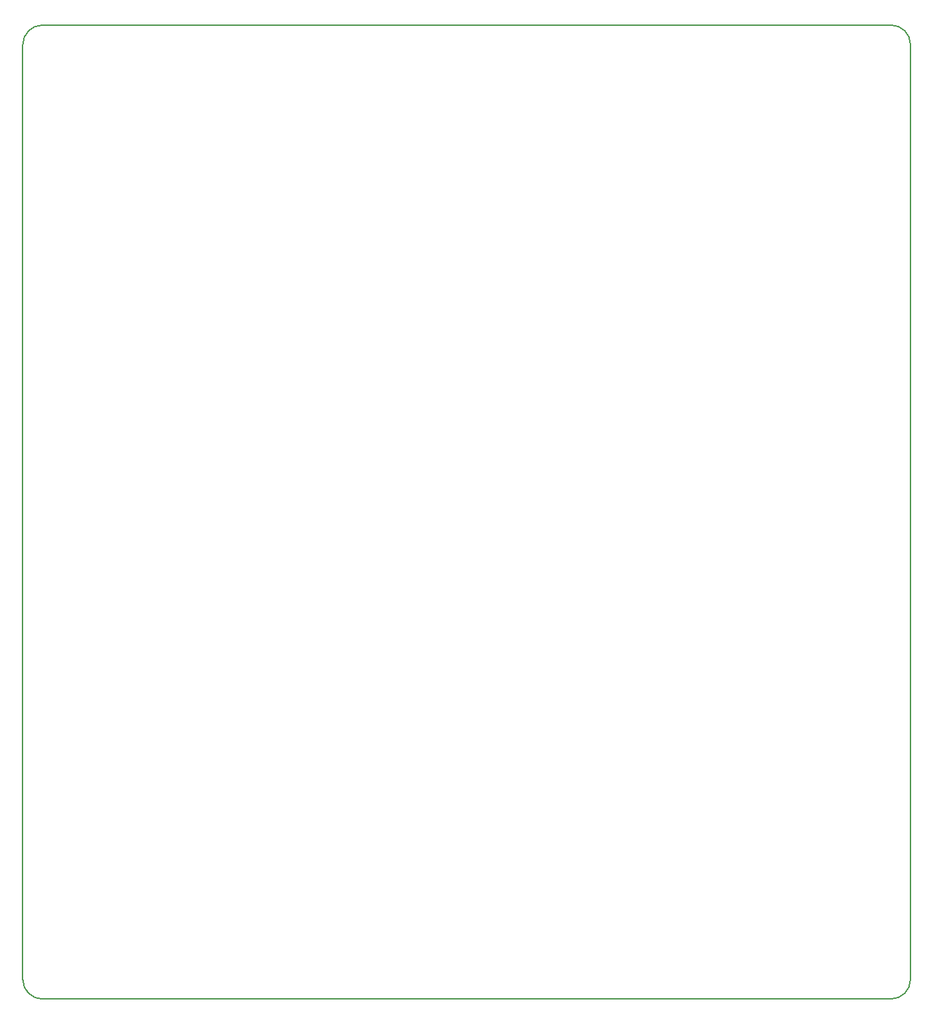
<source format=gm1>
G04 #@! TF.GenerationSoftware,KiCad,Pcbnew,5.0.0*
G04 #@! TF.CreationDate,2018-08-14T07:29:03-04:00*
G04 #@! TF.ProjectId,peripherals,7065726970686572616C732E6B696361,rev?*
G04 #@! TF.SameCoordinates,Original*
G04 #@! TF.FileFunction,Profile,NP*
%FSLAX46Y46*%
G04 Gerber Fmt 4.6, Leading zero omitted, Abs format (unit mm)*
G04 Created by KiCad (PCBNEW 5.0.0) date Tue Aug 14 07:29:03 2018*
%MOMM*%
%LPD*%
G01*
G04 APERTURE LIST*
%ADD10C,0.152400*%
G04 APERTURE END LIST*
D10*
X36500000Y-172000000D02*
G75*
G02X34000000Y-169500000I0J2500000D01*
G01*
X147500000Y-169500000D02*
G75*
G02X145000000Y-172000000I-2500000J0D01*
G01*
X145000000Y-47500000D02*
G75*
G02X147500000Y-50000000I0J-2500000D01*
G01*
X34000000Y-50000000D02*
G75*
G02X36500000Y-47500000I2500000J0D01*
G01*
X34000000Y-169500000D02*
X34000000Y-50000000D01*
X145000000Y-172000000D02*
X36500000Y-172000000D01*
X147500000Y-50000000D02*
X147500000Y-169500000D01*
X36500000Y-47500000D02*
X145000000Y-47500000D01*
M02*

</source>
